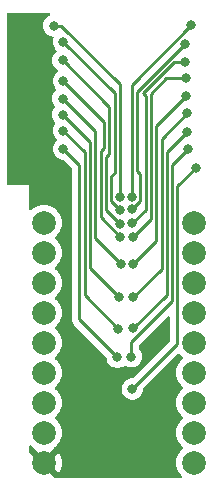
<source format=gbl>
%TF.GenerationSoftware,KiCad,Pcbnew,7.0.6*%
%TF.CreationDate,2023-07-20T15:13:03+09:00*%
%TF.ProjectId,esp32c3_test,65737033-3263-4335-9f74-6573742e6b69,rev?*%
%TF.SameCoordinates,PX7f2c270PY70a3730*%
%TF.FileFunction,Copper,L2,Bot*%
%TF.FilePolarity,Positive*%
%FSLAX46Y46*%
G04 Gerber Fmt 4.6, Leading zero omitted, Abs format (unit mm)*
G04 Created by KiCad (PCBNEW 7.0.6) date 2023-07-20 15:13:03*
%MOMM*%
%LPD*%
G01*
G04 APERTURE LIST*
%TA.AperFunction,ComponentPad*%
%ADD10C,2.000000*%
%TD*%
%TA.AperFunction,ViaPad*%
%ADD11C,0.800000*%
%TD*%
%TA.AperFunction,Conductor*%
%ADD12C,0.250000*%
%TD*%
G04 APERTURE END LIST*
D10*
%TO.P,J2,1,Pin_1*%
%TO.N,+3.3V*%
X5080000Y22860000D03*
%TO.P,J2,2,Pin_2*%
%TO.N,Net-(J2-Pin_2)*%
X5080000Y20320000D03*
%TO.P,J2,3,Pin_3*%
%TO.N,Net-(J2-Pin_3)*%
X5080000Y17780000D03*
%TO.P,J2,4,Pin_4*%
%TO.N,Net-(J2-Pin_4)*%
X5080000Y15240000D03*
%TO.P,J2,5,Pin_5*%
%TO.N,Net-(J2-Pin_5)*%
X5080000Y12700000D03*
%TO.P,J2,6,Pin_6*%
%TO.N,Net-(J2-Pin_6)*%
X5080000Y10160000D03*
%TO.P,J2,7,Pin_7*%
%TO.N,Net-(J2-Pin_7)*%
X5080000Y7620000D03*
%TO.P,J2,8,Pin_8*%
%TO.N,Net-(J2-Pin_8)*%
X5080000Y5080000D03*
%TO.P,J2,9,Pin_9*%
%TO.N,GND*%
X5080000Y2540000D03*
%TD*%
%TO.P,J1,1,Pin_1*%
%TO.N,Net-(J1-Pin_1)*%
X17780000Y22860000D03*
%TO.P,J1,2,Pin_2*%
%TO.N,Net-(J1-Pin_2)*%
X17780000Y20320000D03*
%TO.P,J1,3,Pin_3*%
%TO.N,Net-(J1-Pin_3)*%
X17780000Y17780000D03*
%TO.P,J1,4,Pin_4*%
%TO.N,Net-(J1-Pin_4)*%
X17780000Y15240000D03*
%TO.P,J1,5,Pin_5*%
%TO.N,Net-(J1-Pin_5)*%
X17780000Y12700000D03*
%TO.P,J1,6,Pin_6*%
%TO.N,Net-(J1-Pin_6)*%
X17780000Y10160000D03*
%TO.P,J1,7,Pin_7*%
%TO.N,Net-(J1-Pin_7)*%
X17780000Y7620000D03*
%TO.P,J1,8,Pin_8*%
%TO.N,Net-(J1-Pin_8)*%
X17780000Y5080000D03*
%TO.P,J1,9,Pin_9*%
%TO.N,Net-(J1-Pin_9)*%
X17780000Y2540000D03*
%TD*%
D11*
%TO.N,GND*%
X10795000Y4445000D03*
X10795000Y5715000D03*
X12065000Y5715000D03*
X12065000Y4445000D03*
X12700000Y3810000D03*
X11430000Y3810000D03*
X10160000Y3810000D03*
X10160000Y5080000D03*
X11430000Y5080000D03*
X12700000Y5080000D03*
X12700000Y6350000D03*
X11430000Y6350000D03*
X10160000Y6350000D03*
X5715000Y26670000D03*
X6350000Y27305000D03*
X6350000Y26035000D03*
X5080000Y26035000D03*
X5080000Y27305000D03*
%TO.N,Net-(J2-Pin_8)*%
X11280000Y11485000D03*
X6730000Y29110000D03*
%TO.N,Net-(J2-Pin_7)*%
X11380000Y13910000D03*
X6730000Y30660000D03*
%TO.N,Net-(J2-Pin_6)*%
X11405000Y16610000D03*
X6680000Y32010000D03*
%TO.N,Net-(J2-Pin_5)*%
X11634366Y19410998D03*
X6680000Y33360000D03*
%TO.N,Net-(J2-Pin_4)*%
X11555000Y21660000D03*
X6730000Y34860000D03*
%TO.N,Net-(J2-Pin_3)*%
X11505000Y22760000D03*
X6680000Y36610000D03*
%TO.N,Net-(J2-Pin_2)*%
X6730000Y38160000D03*
X11505000Y23960000D03*
%TO.N,+3.3V*%
X11505000Y25085000D03*
X5905000Y39560000D03*
%TO.N,Net-(J1-Pin_9)*%
X12555000Y8785000D03*
X17930000Y27510000D03*
%TO.N,Net-(J1-Pin_8)*%
X12480000Y11535000D03*
X17280000Y29110000D03*
%TO.N,Net-(J1-Pin_7)*%
X12630000Y13935000D03*
X17205000Y30560000D03*
%TO.N,Net-(J1-Pin_6)*%
X12630000Y16560000D03*
X17205000Y32160000D03*
%TO.N,Net-(J1-Pin_5)*%
X12632701Y19362701D03*
X17130000Y33610000D03*
%TO.N,Net-(J1-Pin_4)*%
X12580000Y21635000D03*
X17105000Y35085000D03*
%TO.N,Net-(J1-Pin_3)*%
X12555000Y22860000D03*
X17030000Y36485000D03*
%TO.N,Net-(J1-Pin_2)*%
X12556189Y24061809D03*
X17017299Y38022701D03*
%TO.N,Net-(J1-Pin_1)*%
X17555000Y39585000D03*
X12505000Y25060000D03*
%TD*%
D12*
%TO.N,+3.3V*%
X6555000Y39560000D02*
X11505000Y34610000D01*
X11505000Y34610000D02*
X11505000Y25085000D01*
X5905000Y39560000D02*
X6555000Y39560000D01*
%TO.N,Net-(J2-Pin_8)*%
X8080000Y27760000D02*
X8080000Y21060000D01*
X6730000Y29110000D02*
X8080000Y27760000D01*
X8080000Y14685000D02*
X11280000Y11485000D01*
X8080000Y21060000D02*
X8080000Y14685000D01*
%TO.N,Net-(J2-Pin_7)*%
X8530000Y24410000D02*
X8530000Y16760000D01*
X8530000Y28860000D02*
X8530000Y24410000D01*
X8530000Y16760000D02*
X11380000Y13910000D01*
X6730000Y30660000D02*
X8530000Y28860000D01*
%TO.N,Net-(J2-Pin_6)*%
X8980000Y19035000D02*
X11405000Y16610000D01*
X8980000Y29710000D02*
X8980000Y24835000D01*
X6680000Y32010000D02*
X8980000Y29710000D01*
X8980000Y24835000D02*
X8980000Y19035000D01*
%TO.N,Net-(J2-Pin_5)*%
X9430000Y21615364D02*
X11634366Y19410998D01*
X9430000Y26960000D02*
X9430000Y21615364D01*
X9430000Y30610000D02*
X9430000Y26960000D01*
X6680000Y33360000D02*
X9430000Y30610000D01*
%TO.N,Net-(J2-Pin_4)*%
X9880000Y23335000D02*
X11555000Y21660000D01*
X10155000Y29235000D02*
X9880000Y28960000D01*
X10155000Y31435000D02*
X10155000Y29235000D01*
X6730000Y34860000D02*
X10155000Y31435000D01*
X9880000Y28960000D02*
X9880000Y23335000D01*
%TO.N,Net-(J2-Pin_3)*%
X10330000Y28435000D02*
X10330000Y23935000D01*
X10605000Y28710000D02*
X10330000Y28435000D01*
X10605000Y28885000D02*
X10605000Y28710000D01*
X10605000Y30985000D02*
X10605000Y28885000D01*
X10605000Y32685000D02*
X10605000Y30885000D01*
X6680000Y36610000D02*
X10605000Y32685000D01*
X10605000Y30885000D02*
X10605000Y30985000D01*
X10330000Y23935000D02*
X11505000Y22760000D01*
%TO.N,Net-(J2-Pin_2)*%
X10780000Y24685000D02*
X11505000Y23960000D01*
X11055000Y27060000D02*
X10780000Y26785000D01*
X11055000Y33835000D02*
X11055000Y27060000D01*
X10780000Y26785000D02*
X10780000Y24685000D01*
X6730000Y38160000D02*
X11055000Y33835000D01*
%TO.N,Net-(J1-Pin_9)*%
X16380000Y12610000D02*
X12555000Y8785000D01*
X16380000Y25960000D02*
X16380000Y12610000D01*
X17930000Y27510000D02*
X16380000Y25960000D01*
%TO.N,Net-(J1-Pin_8)*%
X12480000Y12759695D02*
X12480000Y11535000D01*
X15930000Y23473604D02*
X15930000Y16209695D01*
X17280000Y29110000D02*
X15930000Y27760000D01*
X15930000Y27760000D02*
X15930000Y23473604D01*
X15930000Y16209695D02*
X12480000Y12759695D01*
%TO.N,Net-(J1-Pin_7)*%
X15480000Y23660000D02*
X15480000Y16785000D01*
X15480000Y16785000D02*
X12630000Y13935000D01*
X15480000Y28835000D02*
X15480000Y23660000D01*
X17205000Y30560000D02*
X15480000Y28835000D01*
%TO.N,Net-(J1-Pin_6)*%
X15030000Y18960000D02*
X12630000Y16560000D01*
X15030000Y25485000D02*
X15030000Y18960000D01*
X15030000Y29985000D02*
X15030000Y25485000D01*
X17205000Y32160000D02*
X15030000Y29985000D01*
%TO.N,Net-(J1-Pin_5)*%
X14580000Y31060000D02*
X14580000Y27910000D01*
X14580000Y27910000D02*
X14580000Y21310000D01*
X17130000Y33610000D02*
X14580000Y31060000D01*
X14580000Y21310000D02*
X12632701Y19362701D01*
%TO.N,Net-(J1-Pin_4)*%
X14130000Y23185000D02*
X12580000Y21635000D01*
X15443604Y35085000D02*
X14130000Y33771396D01*
X14130000Y33135000D02*
X14130000Y23185000D01*
X17105000Y35085000D02*
X15443604Y35085000D01*
X14130000Y33771396D02*
X14130000Y33135000D01*
%TO.N,Net-(J1-Pin_3)*%
X13680000Y23985000D02*
X12555000Y22860000D01*
X16115994Y36485000D02*
X13447997Y33817003D01*
X17030000Y36485000D02*
X16115994Y36485000D01*
X13680000Y33585000D02*
X13680000Y23985000D01*
X13447997Y33817003D02*
X13680000Y33585000D01*
%TO.N,Net-(J1-Pin_2)*%
X13230000Y24735620D02*
X12556189Y24061809D01*
X13230000Y27010000D02*
X13230000Y24735620D01*
X12955000Y33960402D02*
X12955000Y27285000D01*
X12955000Y27285000D02*
X13230000Y27010000D01*
X17017299Y38022701D02*
X12955000Y33960402D01*
%TO.N,Net-(J1-Pin_1)*%
X12505000Y34535000D02*
X12505000Y25060000D01*
X17555000Y39585000D02*
X12505000Y34535000D01*
%TD*%
%TA.AperFunction,Conductor*%
%TO.N,GND*%
G36*
X2455666Y40635000D02*
G01*
X5502484Y40635000D01*
X5569523Y40615315D01*
X5615278Y40562511D01*
X5625222Y40493353D01*
X5596197Y40429797D01*
X5552920Y40397721D01*
X5448248Y40351118D01*
X5448246Y40351117D01*
X5293745Y40238865D01*
X5165959Y40096943D01*
X5070473Y39931557D01*
X5070470Y39931550D01*
X5019582Y39774932D01*
X5011458Y39749928D01*
X4991496Y39560000D01*
X5011458Y39370072D01*
X5011459Y39370069D01*
X5070470Y39188451D01*
X5070473Y39188444D01*
X5165960Y39023056D01*
X5293747Y38881134D01*
X5448248Y38768882D01*
X5622712Y38691206D01*
X5791669Y38655293D01*
X5853149Y38622102D01*
X5886925Y38560939D01*
X5883817Y38495686D01*
X5836459Y38349932D01*
X5836458Y38349928D01*
X5816496Y38160000D01*
X5836458Y37970072D01*
X5836459Y37970069D01*
X5895470Y37788451D01*
X5895473Y37788444D01*
X5990960Y37623056D01*
X6046188Y37561719D01*
X6111478Y37489206D01*
X6141708Y37426214D01*
X6133082Y37356879D01*
X6092215Y37305917D01*
X6068746Y37288866D01*
X5940959Y37146943D01*
X5845473Y36981557D01*
X5845470Y36981550D01*
X5786459Y36799932D01*
X5786458Y36799928D01*
X5766496Y36610000D01*
X5786458Y36420072D01*
X5786459Y36420069D01*
X5845470Y36238451D01*
X5845473Y36238444D01*
X5940960Y36073056D01*
X6053509Y35948058D01*
X6068746Y35931135D01*
X6068748Y35931133D01*
X6225625Y35817155D01*
X6268291Y35761825D01*
X6274270Y35692212D01*
X6241664Y35630417D01*
X6225626Y35616519D01*
X6118745Y35538865D01*
X5990959Y35396943D01*
X5895473Y35231557D01*
X5895470Y35231550D01*
X5836459Y35049932D01*
X5836458Y35049928D01*
X5816496Y34860000D01*
X5836458Y34670072D01*
X5836459Y34670069D01*
X5895470Y34488451D01*
X5895473Y34488444D01*
X5990960Y34323056D01*
X6050031Y34257451D01*
X6084262Y34219433D01*
X6114492Y34156441D01*
X6105866Y34087106D01*
X6072048Y34044911D01*
X6073576Y34043214D01*
X6068746Y34038866D01*
X5940959Y33896943D01*
X5845473Y33731557D01*
X5845470Y33731550D01*
X5786459Y33549932D01*
X5786458Y33549928D01*
X5766496Y33360000D01*
X5786458Y33170072D01*
X5786459Y33170069D01*
X5845470Y32988451D01*
X5845473Y32988444D01*
X5940958Y32823058D01*
X5990558Y32767971D01*
X6020787Y32704980D01*
X6012161Y32635644D01*
X5990558Y32602029D01*
X5940958Y32546943D01*
X5845473Y32381557D01*
X5845470Y32381550D01*
X5786459Y32199932D01*
X5786458Y32199928D01*
X5766496Y32010000D01*
X5786458Y31820072D01*
X5786459Y31820069D01*
X5845470Y31638451D01*
X5845473Y31638444D01*
X5940960Y31473056D01*
X6015557Y31390208D01*
X6045787Y31327217D01*
X6037162Y31257882D01*
X6015559Y31224266D01*
X5990963Y31196950D01*
X5990958Y31196943D01*
X5895473Y31031557D01*
X5895470Y31031550D01*
X5836459Y30849932D01*
X5836458Y30849928D01*
X5816496Y30660000D01*
X5836458Y30470072D01*
X5836459Y30470069D01*
X5895470Y30288451D01*
X5895473Y30288444D01*
X5990960Y30123056D01*
X6080999Y30023057D01*
X6118745Y29981136D01*
X6123175Y29977147D01*
X6159821Y29917659D01*
X6158488Y29847802D01*
X6123175Y29792853D01*
X6118745Y29788865D01*
X5990959Y29646943D01*
X5895473Y29481557D01*
X5895470Y29481550D01*
X5836459Y29299932D01*
X5836458Y29299928D01*
X5816496Y29110000D01*
X5836458Y28920072D01*
X5836459Y28920069D01*
X5895470Y28738451D01*
X5895473Y28738444D01*
X5990960Y28573056D01*
X6093290Y28459407D01*
X6115876Y28434322D01*
X6118747Y28431134D01*
X6273248Y28318882D01*
X6447712Y28241206D01*
X6634513Y28201500D01*
X6691234Y28201500D01*
X6758273Y28181815D01*
X6778915Y28165181D01*
X7410181Y27533916D01*
X7443666Y27472593D01*
X7446500Y27446235D01*
X7446500Y14768634D01*
X7444761Y14752887D01*
X7445032Y14752861D01*
X7444298Y14745095D01*
X7444298Y14745092D01*
X7444298Y14745091D01*
X7445680Y14701118D01*
X7446500Y14675043D01*
X7446500Y14645141D01*
X7447384Y14638144D01*
X7447842Y14632321D01*
X7449326Y14585111D01*
X7449327Y14585109D01*
X7455022Y14565505D01*
X7458967Y14546458D01*
X7461526Y14526203D01*
X7461527Y14526200D01*
X7461528Y14526197D01*
X7478914Y14482284D01*
X7480806Y14476756D01*
X7493981Y14431408D01*
X7504372Y14413838D01*
X7512932Y14396365D01*
X7520447Y14377383D01*
X7548209Y14339173D01*
X7551416Y14334290D01*
X7575458Y14293638D01*
X7575462Y14293634D01*
X7589889Y14279207D01*
X7602526Y14264412D01*
X7614528Y14247893D01*
X7650931Y14217778D01*
X7655231Y14213865D01*
X8996691Y12872405D01*
X10333378Y11535718D01*
X10366863Y11474395D01*
X10369018Y11460999D01*
X10375859Y11395915D01*
X10386458Y11295072D01*
X10386459Y11295069D01*
X10445470Y11113451D01*
X10445473Y11113444D01*
X10540960Y10948056D01*
X10668747Y10806134D01*
X10823248Y10693882D01*
X10997712Y10616206D01*
X11184513Y10576500D01*
X11375487Y10576500D01*
X11562288Y10616206D01*
X11736752Y10693882D01*
X11841525Y10770006D01*
X11907329Y10793484D01*
X11975383Y10777659D01*
X11987290Y10770008D01*
X12023248Y10743882D01*
X12197712Y10666206D01*
X12384513Y10626500D01*
X12575487Y10626500D01*
X12762288Y10666206D01*
X12936752Y10743882D01*
X13091253Y10856134D01*
X13219040Y10998056D01*
X13314527Y11163444D01*
X13373542Y11345072D01*
X13393504Y11535000D01*
X13373542Y11724928D01*
X13314527Y11906556D01*
X13253050Y12013037D01*
X13219041Y12071943D01*
X13219036Y12071950D01*
X13145350Y12153787D01*
X13115120Y12216779D01*
X13113500Y12236759D01*
X13113500Y12445930D01*
X13133185Y12512969D01*
X13149814Y12533606D01*
X15534819Y14918610D01*
X15596142Y14952095D01*
X15665834Y14947111D01*
X15721767Y14905239D01*
X15746184Y14839775D01*
X15746500Y14830929D01*
X15746500Y12923767D01*
X15726815Y12856728D01*
X15710181Y12836086D01*
X12603914Y9729819D01*
X12542591Y9696334D01*
X12516233Y9693500D01*
X12459513Y9693500D01*
X12272714Y9653795D01*
X12098246Y9576117D01*
X11943745Y9463865D01*
X11815959Y9321943D01*
X11720473Y9156557D01*
X11720470Y9156550D01*
X11666972Y8991898D01*
X11661458Y8974928D01*
X11641496Y8785000D01*
X11661458Y8595072D01*
X11661459Y8595069D01*
X11720470Y8413451D01*
X11720473Y8413444D01*
X11815960Y8248056D01*
X11943747Y8106134D01*
X12098248Y7993882D01*
X12272712Y7916206D01*
X12459513Y7876500D01*
X12650487Y7876500D01*
X12837288Y7916206D01*
X13011752Y7993882D01*
X13166253Y8106134D01*
X13294040Y8248056D01*
X13389527Y8413444D01*
X13448542Y8595072D01*
X13465981Y8761001D01*
X13492564Y8825612D01*
X13501611Y8835708D01*
X16424427Y11758524D01*
X16485748Y11792007D01*
X16555440Y11787023D01*
X16606395Y11751373D01*
X16710031Y11630031D01*
X16833838Y11524290D01*
X16872031Y11465783D01*
X16872529Y11395915D01*
X16835176Y11336869D01*
X16833861Y11335731D01*
X16824931Y11328103D01*
X16710031Y11229969D01*
X16555821Y11049414D01*
X16555820Y11049411D01*
X16431759Y10846963D01*
X16431757Y10846960D01*
X16340895Y10627598D01*
X16340895Y10627596D01*
X16285465Y10396715D01*
X16266835Y10160001D01*
X16285465Y9923286D01*
X16340895Y9692405D01*
X16340895Y9692403D01*
X16431757Y9473041D01*
X16431759Y9473038D01*
X16555820Y9270590D01*
X16555821Y9270587D01*
X16555824Y9270584D01*
X16710031Y9090031D01*
X16833838Y8984290D01*
X16872031Y8925783D01*
X16872529Y8855915D01*
X16835176Y8796869D01*
X16833861Y8795731D01*
X16824931Y8788103D01*
X16710031Y8689969D01*
X16555821Y8509414D01*
X16555820Y8509411D01*
X16431759Y8306963D01*
X16431757Y8306960D01*
X16340895Y8087598D01*
X16340895Y8087596D01*
X16285465Y7856715D01*
X16266835Y7620001D01*
X16285465Y7383286D01*
X16340895Y7152405D01*
X16340895Y7152403D01*
X16431757Y6933041D01*
X16431759Y6933038D01*
X16555820Y6730590D01*
X16555821Y6730587D01*
X16555824Y6730584D01*
X16710031Y6550031D01*
X16833838Y6444290D01*
X16872031Y6385783D01*
X16872529Y6315915D01*
X16835176Y6256869D01*
X16833838Y6255710D01*
X16710031Y6149969D01*
X16555821Y5969414D01*
X16555820Y5969411D01*
X16431759Y5766963D01*
X16431757Y5766960D01*
X16340895Y5547598D01*
X16340895Y5547596D01*
X16285465Y5316715D01*
X16266835Y5080000D01*
X16285465Y4843286D01*
X16340895Y4612405D01*
X16340895Y4612403D01*
X16431757Y4393041D01*
X16431759Y4393038D01*
X16555820Y4190590D01*
X16555821Y4190587D01*
X16555824Y4190584D01*
X16710031Y4010031D01*
X16824930Y3911898D01*
X16833838Y3904290D01*
X16872031Y3845783D01*
X16872529Y3775915D01*
X16835176Y3716869D01*
X16833861Y3715731D01*
X16824931Y3708103D01*
X16710031Y3609969D01*
X16555821Y3429414D01*
X16555820Y3429411D01*
X16431759Y3226963D01*
X16431757Y3226960D01*
X16340895Y3007598D01*
X16340895Y3007596D01*
X16285465Y2776715D01*
X16266835Y2540000D01*
X16285465Y2303286D01*
X16340895Y2072405D01*
X16340895Y2072403D01*
X16431757Y1853041D01*
X16431759Y1853038D01*
X16555820Y1650590D01*
X16555821Y1650587D01*
X16706187Y1474532D01*
X16734758Y1410770D01*
X16724321Y1341685D01*
X16678190Y1289209D01*
X16611897Y1270000D01*
X6047809Y1270000D01*
X5980770Y1289685D01*
X5960128Y1306319D01*
X5212533Y2053914D01*
X5222315Y2055320D01*
X5353100Y2115048D01*
X5461761Y2209202D01*
X5539493Y2330156D01*
X5563076Y2410476D01*
X6303434Y1670118D01*
X6403731Y1823631D01*
X6503587Y2051283D01*
X6564612Y2292262D01*
X6564614Y2292271D01*
X6585141Y2539995D01*
X6585141Y2540006D01*
X6564614Y2787730D01*
X6564612Y2787739D01*
X6503587Y3028718D01*
X6403731Y3256370D01*
X6303434Y3409884D01*
X5563076Y2669525D01*
X5539493Y2749844D01*
X5461761Y2870798D01*
X5353100Y2964952D01*
X5222315Y3024680D01*
X5212534Y3026087D01*
X5950056Y3763610D01*
X5949430Y3773702D01*
X5964922Y3841832D01*
X5992658Y3875675D01*
X6149969Y4010031D01*
X6304176Y4190584D01*
X6428240Y4393037D01*
X6519105Y4612406D01*
X6574535Y4843289D01*
X6593165Y5080000D01*
X6574535Y5316711D01*
X6519105Y5547594D01*
X6519104Y5547597D01*
X6519104Y5547598D01*
X6428242Y5766960D01*
X6428240Y5766963D01*
X6304179Y5969411D01*
X6304178Y5969414D01*
X6269340Y6010203D01*
X6149969Y6149969D01*
X6026160Y6255712D01*
X5987968Y6314218D01*
X5987470Y6384086D01*
X6024823Y6443132D01*
X6025975Y6444131D01*
X6149969Y6550031D01*
X6304176Y6730584D01*
X6428240Y6933037D01*
X6519105Y7152406D01*
X6574535Y7383289D01*
X6593165Y7620000D01*
X6574535Y7856711D01*
X6519105Y8087594D01*
X6519104Y8087597D01*
X6519104Y8087598D01*
X6428242Y8306960D01*
X6428240Y8306963D01*
X6304179Y8509411D01*
X6304178Y8509414D01*
X6149969Y8689969D01*
X6112688Y8721810D01*
X6026160Y8795712D01*
X5987968Y8854216D01*
X5987469Y8924084D01*
X6024823Y8983131D01*
X6026057Y8984201D01*
X6149969Y9090031D01*
X6304176Y9270584D01*
X6428240Y9473037D01*
X6470938Y9576118D01*
X6519104Y9692403D01*
X6519104Y9692404D01*
X6519105Y9692406D01*
X6574535Y9923289D01*
X6593165Y10160000D01*
X6574535Y10396711D01*
X6519105Y10627594D01*
X6519104Y10627597D01*
X6519104Y10627598D01*
X6428242Y10846960D01*
X6428240Y10846963D01*
X6304179Y11049411D01*
X6304178Y11049414D01*
X6149969Y11229969D01*
X6112688Y11261810D01*
X6026160Y11335712D01*
X5987968Y11394216D01*
X5987469Y11464084D01*
X6024823Y11523131D01*
X6026057Y11524201D01*
X6149969Y11630031D01*
X6304176Y11810584D01*
X6428240Y12013037D01*
X6452640Y12071943D01*
X6519104Y12232403D01*
X6519104Y12232404D01*
X6519105Y12232406D01*
X6574535Y12463289D01*
X6593165Y12700000D01*
X6574535Y12936711D01*
X6519105Y13167594D01*
X6519104Y13167597D01*
X6519104Y13167598D01*
X6428242Y13386960D01*
X6428240Y13386963D01*
X6304179Y13589411D01*
X6304178Y13589414D01*
X6269340Y13630203D01*
X6149969Y13769969D01*
X6026160Y13875712D01*
X5987968Y13934218D01*
X5987470Y14004086D01*
X6024823Y14063132D01*
X6025975Y14064131D01*
X6149969Y14170031D01*
X6304176Y14350584D01*
X6428240Y14553037D01*
X6433405Y14565505D01*
X6519104Y14772403D01*
X6519104Y14772404D01*
X6519105Y14772406D01*
X6574535Y15003289D01*
X6593165Y15240000D01*
X6574535Y15476711D01*
X6519105Y15707594D01*
X6519104Y15707597D01*
X6519104Y15707598D01*
X6428242Y15926960D01*
X6428240Y15926963D01*
X6304179Y16129411D01*
X6304178Y16129414D01*
X6149969Y16309969D01*
X6112688Y16341810D01*
X6026160Y16415712D01*
X5987968Y16474216D01*
X5987469Y16544084D01*
X6024823Y16603131D01*
X6026057Y16604201D01*
X6149969Y16710031D01*
X6304176Y16890584D01*
X6428240Y17093037D01*
X6509355Y17288866D01*
X6519104Y17312403D01*
X6519104Y17312404D01*
X6519105Y17312406D01*
X6574535Y17543289D01*
X6593165Y17780000D01*
X6574535Y18016711D01*
X6519105Y18247594D01*
X6519104Y18247597D01*
X6519104Y18247598D01*
X6428242Y18466960D01*
X6428240Y18466963D01*
X6304179Y18669411D01*
X6304178Y18669414D01*
X6149969Y18849969D01*
X6121769Y18874054D01*
X6026160Y18955712D01*
X5987968Y19014216D01*
X5987469Y19084084D01*
X6024823Y19143131D01*
X6026057Y19144201D01*
X6149969Y19250031D01*
X6304176Y19430584D01*
X6428240Y19633037D01*
X6519105Y19852406D01*
X6574535Y20083289D01*
X6593165Y20320000D01*
X6574535Y20556711D01*
X6519105Y20787594D01*
X6519104Y20787597D01*
X6519104Y20787598D01*
X6428242Y21006960D01*
X6428240Y21006963D01*
X6304179Y21209411D01*
X6304178Y21209414D01*
X6252592Y21269813D01*
X6149969Y21389969D01*
X6026160Y21495712D01*
X5987968Y21554218D01*
X5987470Y21624086D01*
X6024823Y21683132D01*
X6025975Y21684131D01*
X6149969Y21790031D01*
X6304176Y21970584D01*
X6428240Y22173037D01*
X6519105Y22392406D01*
X6574535Y22623289D01*
X6593165Y22860000D01*
X6574535Y23096711D01*
X6519105Y23327594D01*
X6519104Y23327597D01*
X6519104Y23327598D01*
X6428242Y23546960D01*
X6428240Y23546963D01*
X6304179Y23749411D01*
X6304178Y23749414D01*
X6186414Y23887297D01*
X6149969Y23929969D01*
X5984444Y24071341D01*
X5969413Y24084179D01*
X5969410Y24084180D01*
X5766962Y24208241D01*
X5766959Y24208243D01*
X5547596Y24299105D01*
X5316714Y24354535D01*
X5080000Y24373165D01*
X4843285Y24354535D01*
X4612404Y24299105D01*
X4612402Y24299105D01*
X4393040Y24208243D01*
X4393037Y24208241D01*
X4190589Y24084180D01*
X4190586Y24084179D01*
X4014532Y23933813D01*
X3950770Y23905242D01*
X3881685Y23915679D01*
X3829209Y23961810D01*
X3810000Y24028103D01*
X3810000Y26035000D01*
X2029000Y26035000D01*
X1961961Y26054685D01*
X1916206Y26107489D01*
X1905000Y26159000D01*
X1905000Y40516000D01*
X1924685Y40583039D01*
X1977489Y40628794D01*
X2029000Y40640000D01*
X2438638Y40640000D01*
X2455666Y40635000D01*
G37*
%TD.AperFunction*%
%TA.AperFunction,Conductor*%
G36*
X4014528Y4006190D02*
G01*
X4167340Y3875677D01*
X4205532Y3817171D01*
X4210569Y3773703D01*
X4209942Y3763610D01*
X4947466Y3026087D01*
X4937685Y3024680D01*
X4806900Y2964952D01*
X4698239Y2870798D01*
X4620507Y2749844D01*
X4596923Y2669525D01*
X3846319Y3420129D01*
X3812834Y3481452D01*
X3810000Y3507810D01*
X3810000Y3911898D01*
X3829685Y3978937D01*
X3882489Y4024692D01*
X3951647Y4034636D01*
X4014528Y4006190D01*
G37*
%TD.AperFunction*%
%TD*%
M02*

</source>
